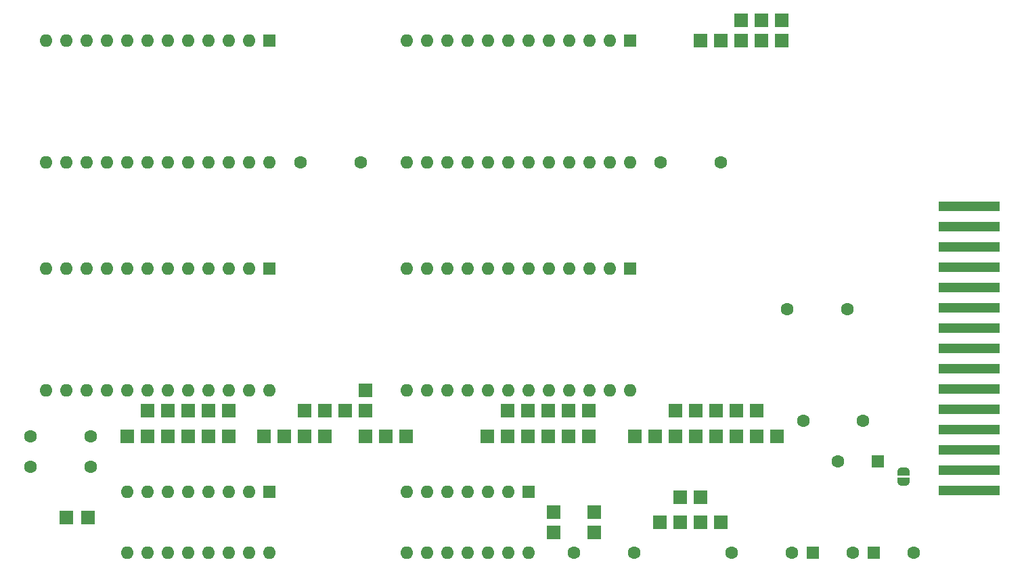
<source format=gts>
G04 #@! TF.GenerationSoftware,KiCad,Pcbnew,(6.0.0)*
G04 #@! TF.CreationDate,2022-11-09T00:48:37-05:00*
G04 #@! TF.ProjectId,Sorcerer Rom Pack,536f7263-6572-4657-9220-526f6d205061,rev?*
G04 #@! TF.SameCoordinates,Original*
G04 #@! TF.FileFunction,Soldermask,Top*
G04 #@! TF.FilePolarity,Negative*
%FSLAX46Y46*%
G04 Gerber Fmt 4.6, Leading zero omitted, Abs format (unit mm)*
G04 Created by KiCad (PCBNEW (6.0.0)) date 2022-11-09 00:48:37*
%MOMM*%
%LPD*%
G01*
G04 APERTURE LIST*
G04 Aperture macros list*
%AMFreePoly0*
4,1,22,0.500000,-0.750000,0.000000,-0.750000,0.000000,-0.745033,-0.079941,-0.743568,-0.215256,-0.701293,-0.333266,-0.622738,-0.424486,-0.514219,-0.481581,-0.384460,-0.499164,-0.250000,-0.500000,-0.250000,-0.500000,0.250000,-0.499164,0.250000,-0.499963,0.256109,-0.478152,0.396186,-0.417904,0.524511,-0.324060,0.630769,-0.204165,0.706417,-0.067858,0.745374,0.000000,0.744959,0.000000,0.750000,
0.500000,0.750000,0.500000,-0.750000,0.500000,-0.750000,$1*%
%AMFreePoly1*
4,1,20,0.000000,0.744959,0.073905,0.744508,0.209726,0.703889,0.328688,0.626782,0.421226,0.519385,0.479903,0.390333,0.500000,0.250000,0.500000,-0.250000,0.499851,-0.262216,0.476331,-0.402017,0.414519,-0.529596,0.319384,-0.634700,0.198574,-0.708877,0.061801,-0.746166,0.000000,-0.745033,0.000000,-0.750000,-0.500000,-0.750000,-0.500000,0.750000,0.000000,0.750000,0.000000,0.744959,
0.000000,0.744959,$1*%
G04 Aperture macros list end*
%ADD10R,1.700000X1.700000*%
%ADD11R,1.600000X1.600000*%
%ADD12O,1.600000X1.600000*%
%ADD13R,7.600000X1.270000*%
%ADD14C,1.600000*%
%ADD15FreePoly0,90.000000*%
%ADD16FreePoly1,90.000000*%
G04 APERTURE END LIST*
D10*
X100330000Y-121285000D03*
X161925000Y-74930000D03*
X146050000Y-136525000D03*
X100330000Y-124460000D03*
D11*
X105410000Y-131445000D03*
D12*
X102870000Y-131445000D03*
X100330000Y-131445000D03*
X97790000Y-131445000D03*
X95250000Y-131445000D03*
X92710000Y-131445000D03*
X90170000Y-131445000D03*
X87630000Y-131445000D03*
X87630000Y-139065000D03*
X90170000Y-139065000D03*
X92710000Y-139065000D03*
X95250000Y-139065000D03*
X97790000Y-139065000D03*
X100330000Y-139065000D03*
X102870000Y-139065000D03*
X105410000Y-139065000D03*
D10*
X140970000Y-136525000D03*
X97790000Y-124460000D03*
X161290000Y-121285000D03*
X140335000Y-121285000D03*
X153670000Y-124460000D03*
D13*
X192985000Y-95660000D03*
X192985000Y-98200000D03*
X192985000Y-100740000D03*
X192985000Y-103280000D03*
X192985000Y-105820000D03*
X192985000Y-108360000D03*
X192985000Y-110900000D03*
X192985000Y-113440000D03*
X192985000Y-115980000D03*
X192985000Y-118520000D03*
X192985000Y-121060000D03*
X192985000Y-123600000D03*
X192985000Y-126140000D03*
X192985000Y-128680000D03*
X192985000Y-131220000D03*
D10*
X122555000Y-124460000D03*
D11*
X150500000Y-74925000D03*
D12*
X147960000Y-74925000D03*
X145420000Y-74925000D03*
X142880000Y-74925000D03*
X140340000Y-74925000D03*
X137800000Y-74925000D03*
X135260000Y-74925000D03*
X132720000Y-74925000D03*
X130180000Y-74925000D03*
X127640000Y-74925000D03*
X125100000Y-74925000D03*
X122560000Y-74925000D03*
X122560000Y-90165000D03*
X125100000Y-90165000D03*
X127640000Y-90165000D03*
X130180000Y-90165000D03*
X132720000Y-90165000D03*
X135260000Y-90165000D03*
X137800000Y-90165000D03*
X140340000Y-90165000D03*
X142880000Y-90165000D03*
X145420000Y-90165000D03*
X147960000Y-90165000D03*
X150500000Y-90165000D03*
D10*
X82695000Y-134620000D03*
X164465000Y-72390000D03*
X159385000Y-132080000D03*
X166370000Y-121285000D03*
D14*
X83065000Y-124460000D03*
X75565000Y-124460000D03*
D10*
X135255000Y-124460000D03*
X145415000Y-124460000D03*
X87630000Y-124460000D03*
X167005000Y-74930000D03*
X117475000Y-121285000D03*
D14*
X177680000Y-108585000D03*
X170180000Y-108585000D03*
D10*
X163830000Y-124460000D03*
X95250000Y-121285000D03*
X166370000Y-124460000D03*
X92710000Y-124460000D03*
X112395000Y-121285000D03*
X104775000Y-124460000D03*
X142875000Y-121285000D03*
X92710000Y-121285000D03*
X90170000Y-124460000D03*
X156845000Y-135255000D03*
X90170000Y-121285000D03*
X117475000Y-118745000D03*
X132715000Y-124460000D03*
X151130000Y-124460000D03*
X140970000Y-133985000D03*
X135255000Y-121285000D03*
X137795000Y-121285000D03*
X156845000Y-132080000D03*
X142875000Y-124460000D03*
D11*
X105410000Y-103500000D03*
D12*
X102870000Y-103500000D03*
X100330000Y-103500000D03*
X97790000Y-103500000D03*
X95250000Y-103500000D03*
X92710000Y-103500000D03*
X90170000Y-103500000D03*
X87630000Y-103500000D03*
X85090000Y-103500000D03*
X82550000Y-103500000D03*
X80010000Y-103500000D03*
X77470000Y-103500000D03*
X77470000Y-118740000D03*
X80010000Y-118740000D03*
X82550000Y-118740000D03*
X85090000Y-118740000D03*
X87630000Y-118740000D03*
X90170000Y-118740000D03*
X92710000Y-118740000D03*
X95250000Y-118740000D03*
X97790000Y-118740000D03*
X100330000Y-118740000D03*
X102870000Y-118740000D03*
X105410000Y-118740000D03*
D10*
X114935000Y-121285000D03*
X168910000Y-124460000D03*
X140335000Y-124460000D03*
X109855000Y-121285000D03*
X159385000Y-74930000D03*
X154305000Y-135255000D03*
X161290000Y-124460000D03*
X137795000Y-124460000D03*
D14*
X154365000Y-90170000D03*
X161865000Y-90170000D03*
D10*
X117475000Y-124460000D03*
X156210000Y-121285000D03*
X167005000Y-72390000D03*
X95250000Y-124460000D03*
X146050000Y-133985000D03*
X112395000Y-124460000D03*
X158750000Y-121285000D03*
X163830000Y-121285000D03*
X109855000Y-124460000D03*
X145415000Y-121285000D03*
D11*
X137800000Y-131455000D03*
D12*
X135260000Y-131455000D03*
X132720000Y-131455000D03*
X130180000Y-131455000D03*
X127640000Y-131455000D03*
X125100000Y-131455000D03*
X122560000Y-131455000D03*
X122560000Y-139075000D03*
X125100000Y-139075000D03*
X127640000Y-139075000D03*
X130180000Y-139075000D03*
X132720000Y-139075000D03*
X135260000Y-139075000D03*
X137800000Y-139075000D03*
D10*
X169545000Y-72390000D03*
X80010000Y-134620000D03*
D11*
X173395000Y-139065000D03*
D14*
X178395000Y-139065000D03*
X109340000Y-90170000D03*
X116840000Y-90170000D03*
D10*
X156210000Y-124460000D03*
X159385000Y-135255000D03*
D15*
X184785000Y-130190000D03*
D16*
X184785000Y-128890000D03*
D10*
X161925000Y-135255000D03*
X107315000Y-124460000D03*
D11*
X105410000Y-74930000D03*
D12*
X102870000Y-74930000D03*
X100330000Y-74930000D03*
X97790000Y-74930000D03*
X95250000Y-74930000D03*
X92710000Y-74930000D03*
X90170000Y-74930000D03*
X87630000Y-74930000D03*
X85090000Y-74930000D03*
X82550000Y-74930000D03*
X80010000Y-74930000D03*
X77470000Y-74930000D03*
X77470000Y-90170000D03*
X80010000Y-90170000D03*
X82550000Y-90170000D03*
X85090000Y-90170000D03*
X87630000Y-90170000D03*
X90170000Y-90170000D03*
X92710000Y-90170000D03*
X95250000Y-90170000D03*
X97790000Y-90170000D03*
X100330000Y-90170000D03*
X102870000Y-90170000D03*
X105410000Y-90170000D03*
D14*
X179705000Y-122555000D03*
X172205000Y-122555000D03*
D10*
X120015000Y-124460000D03*
D11*
X181530000Y-127635000D03*
D14*
X176530000Y-127635000D03*
D10*
X97790000Y-121285000D03*
D11*
X181015000Y-139065000D03*
D14*
X186015000Y-139065000D03*
X151010000Y-139065000D03*
X143510000Y-139065000D03*
X75565000Y-128270000D03*
X83065000Y-128270000D03*
D10*
X158750000Y-124460000D03*
D11*
X150500000Y-103500000D03*
D12*
X147960000Y-103500000D03*
X145420000Y-103500000D03*
X142880000Y-103500000D03*
X140340000Y-103500000D03*
X137800000Y-103500000D03*
X135260000Y-103500000D03*
X132720000Y-103500000D03*
X130180000Y-103500000D03*
X127640000Y-103500000D03*
X125100000Y-103500000D03*
X122560000Y-103500000D03*
X122560000Y-118740000D03*
X125100000Y-118740000D03*
X127640000Y-118740000D03*
X130180000Y-118740000D03*
X132720000Y-118740000D03*
X135260000Y-118740000D03*
X137800000Y-118740000D03*
X140340000Y-118740000D03*
X142880000Y-118740000D03*
X145420000Y-118740000D03*
X147960000Y-118740000D03*
X150500000Y-118740000D03*
D10*
X169545000Y-74930000D03*
D14*
X163255000Y-139065000D03*
X170755000Y-139065000D03*
D10*
X164465000Y-74930000D03*
M02*

</source>
